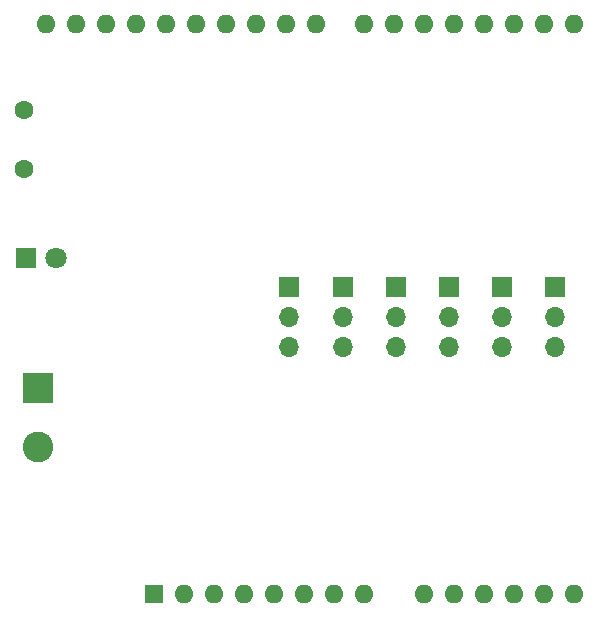
<source format=gbr>
%TF.GenerationSoftware,KiCad,Pcbnew,7.0.9*%
%TF.CreationDate,2023-11-18T00:39:59+09:00*%
%TF.ProjectId,arduino_robotarm_shield,61726475-696e-46f5-9f72-6f626f746172,rev?*%
%TF.SameCoordinates,Original*%
%TF.FileFunction,Soldermask,Bot*%
%TF.FilePolarity,Negative*%
%FSLAX46Y46*%
G04 Gerber Fmt 4.6, Leading zero omitted, Abs format (unit mm)*
G04 Created by KiCad (PCBNEW 7.0.9) date 2023-11-18 00:39:59*
%MOMM*%
%LPD*%
G01*
G04 APERTURE LIST*
%ADD10O,1.600000X1.600000*%
%ADD11R,1.600000X1.600000*%
%ADD12R,1.700000X1.700000*%
%ADD13O,1.700000X1.700000*%
%ADD14R,1.800000X1.800000*%
%ADD15C,1.800000*%
%ADD16R,2.600000X2.600000*%
%ADD17C,2.600000*%
%ADD18C,1.600000*%
G04 APERTURE END LIST*
D10*
%TO.C,A1*%
X134860000Y-16700000D03*
X137400000Y-16700000D03*
X139940000Y-16700000D03*
X142480000Y-16700000D03*
X145020000Y-16700000D03*
X147560000Y-16700000D03*
X150100000Y-16700000D03*
X152640000Y-16700000D03*
X155180000Y-16700000D03*
X157720000Y-16700000D03*
X161780000Y-16700000D03*
X164320000Y-16700000D03*
X166860000Y-16700000D03*
X169400000Y-16700000D03*
X171940000Y-16700000D03*
X174480000Y-16700000D03*
X177020000Y-16700000D03*
X179560000Y-16700000D03*
X179560000Y-64960000D03*
X177020000Y-64960000D03*
X174480000Y-64960000D03*
X171940000Y-64960000D03*
X169400000Y-64960000D03*
X166860000Y-64960000D03*
X161780000Y-64960000D03*
X159240000Y-64960000D03*
X156700000Y-64960000D03*
X154160000Y-64960000D03*
X151620000Y-64960000D03*
X149080000Y-64960000D03*
X146540000Y-64960000D03*
D11*
X144000000Y-64960000D03*
%TD*%
D12*
%TO.C,J4*%
X169000000Y-38960000D03*
D13*
X169000000Y-41500000D03*
X169000000Y-44040000D03*
%TD*%
D12*
%TO.C,J2*%
X178025000Y-38975000D03*
D13*
X178025000Y-41515000D03*
X178025000Y-44055000D03*
%TD*%
D14*
%TO.C,D1*%
X133225000Y-36500000D03*
D15*
X135765000Y-36500000D03*
%TD*%
D12*
%TO.C,J5*%
X164500000Y-38960000D03*
D13*
X164500000Y-41500000D03*
X164500000Y-44040000D03*
%TD*%
D16*
%TO.C,J1*%
X134195000Y-47500000D03*
D17*
X134195000Y-52500000D03*
%TD*%
D18*
%TO.C,R1*%
X133000000Y-29000000D03*
X133000000Y-24000000D03*
%TD*%
D12*
%TO.C,J3*%
X173525000Y-38975000D03*
D13*
X173525000Y-41515000D03*
X173525000Y-44055000D03*
%TD*%
D12*
%TO.C,J7*%
X155500000Y-38960000D03*
D13*
X155500000Y-41500000D03*
X155500000Y-44040000D03*
%TD*%
D12*
%TO.C,J6*%
X160000000Y-38960000D03*
D13*
X160000000Y-41500000D03*
X160000000Y-44040000D03*
%TD*%
M02*

</source>
